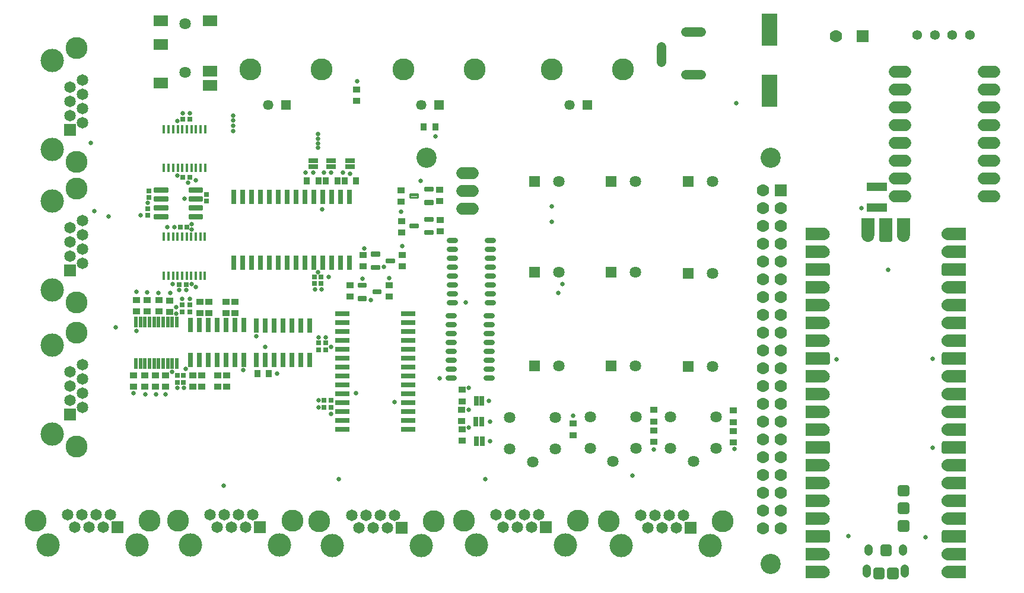
<source format=gbr>
G04 EAGLE Gerber RS-274X export*
G75*
%MOMM*%
%FSLAX34Y34*%
%LPD*%
%INSoldermask Top*%
%IPPOS*%
%AMOC8*
5,1,8,0,0,1.08239X$1,22.5*%
G01*
G04 Define Apertures*
%ADD10C,2.877000*%
%ADD11R,2.127000X1.627000*%
%ADD12C,1.627000*%
%ADD13R,2.842300X1.291600*%
%ADD14R,0.687000X0.756100*%
%ADD15R,0.756100X0.687000*%
%ADD16R,2.242300X4.542700*%
%ADD17R,1.627000X1.627000*%
%ADD18R,2.127000X0.727000*%
%ADD19R,0.727000X2.127000*%
%ADD20C,1.651000*%
%ADD21R,0.762000X1.397000*%
%ADD22R,1.397000X0.762000*%
%ADD23R,1.462000X1.462000*%
%ADD24C,1.462000*%
%ADD25C,3.127000*%
%ADD26C,1.651000*%
%ADD27R,1.651000X1.651000*%
%ADD28C,3.327000*%
%ADD29C,1.327000*%
%ADD30C,1.387000*%
%ADD31R,1.100900X0.925700*%
%ADD32R,0.925700X1.100900*%
%ADD33R,0.482600X1.536700*%
%ADD34C,0.732150*%
%ADD35C,1.227000*%
%ADD36C,1.177000*%
%ADD37R,0.685800X2.108200*%
%ADD38C,0.727000*%
%ADD39R,1.777000X1.777000*%
%ADD40C,1.777000*%
%ADD41C,0.276259*%
%ADD42R,0.431800X1.295400*%
%ADD43C,0.272459*%
%ADD44C,0.652000*%
G36*
X1135808Y75100D02*
X1135808Y93200D01*
X1166861Y93200D01*
X1167537Y93124D01*
X1168182Y92898D01*
X1168760Y92535D01*
X1169243Y92052D01*
X1169607Y91474D01*
X1169832Y90829D01*
X1169908Y90153D01*
X1169908Y78147D01*
X1169832Y77471D01*
X1169607Y76827D01*
X1169243Y76248D01*
X1168760Y75765D01*
X1168182Y75402D01*
X1167537Y75176D01*
X1166861Y75100D01*
X1135808Y75100D01*
G37*
G36*
X1135808Y202100D02*
X1135808Y220200D01*
X1166861Y220200D01*
X1167537Y220124D01*
X1168182Y219898D01*
X1168760Y219535D01*
X1169243Y219052D01*
X1169607Y218474D01*
X1169832Y217829D01*
X1169908Y217153D01*
X1169908Y205147D01*
X1169832Y204471D01*
X1169607Y203827D01*
X1169243Y203248D01*
X1168760Y202765D01*
X1168182Y202402D01*
X1167537Y202176D01*
X1166861Y202100D01*
X1135808Y202100D01*
G37*
G36*
X1135808Y329100D02*
X1135808Y347200D01*
X1166861Y347200D01*
X1167537Y347124D01*
X1168182Y346898D01*
X1168760Y346535D01*
X1169243Y346052D01*
X1169607Y345474D01*
X1169832Y344829D01*
X1169908Y344153D01*
X1169908Y332147D01*
X1169832Y331471D01*
X1169607Y330827D01*
X1169243Y330248D01*
X1168760Y329765D01*
X1168182Y329402D01*
X1167537Y329176D01*
X1166861Y329100D01*
X1135808Y329100D01*
G37*
G36*
X1135808Y456100D02*
X1135808Y474200D01*
X1166861Y474200D01*
X1167537Y474124D01*
X1168182Y473898D01*
X1168760Y473535D01*
X1169243Y473052D01*
X1169607Y472474D01*
X1169832Y471829D01*
X1169908Y471153D01*
X1169908Y459147D01*
X1169832Y458471D01*
X1169607Y457827D01*
X1169243Y457248D01*
X1168760Y456765D01*
X1168182Y456402D01*
X1167537Y456176D01*
X1166861Y456100D01*
X1135808Y456100D01*
G37*
G36*
X1240708Y507647D02*
X1240708Y538700D01*
X1258808Y538700D01*
X1258808Y507647D01*
X1258732Y506971D01*
X1258507Y506327D01*
X1258143Y505748D01*
X1257660Y505265D01*
X1257082Y504902D01*
X1256437Y504676D01*
X1255761Y504600D01*
X1243756Y504600D01*
X1243080Y504676D01*
X1242435Y504902D01*
X1241857Y505265D01*
X1241374Y505748D01*
X1241010Y506327D01*
X1240785Y506971D01*
X1240708Y507647D01*
G37*
G36*
X1331980Y93124D02*
X1332656Y93200D01*
X1363708Y93200D01*
X1363708Y75100D01*
X1332656Y75100D01*
X1331980Y75176D01*
X1331335Y75402D01*
X1330757Y75765D01*
X1330274Y76248D01*
X1329910Y76827D01*
X1329685Y77471D01*
X1329608Y78147D01*
X1329608Y90153D01*
X1329685Y90829D01*
X1329910Y91474D01*
X1330274Y92052D01*
X1330757Y92535D01*
X1331335Y92898D01*
X1331980Y93124D01*
G37*
G36*
X1331980Y220124D02*
X1332656Y220200D01*
X1363708Y220200D01*
X1363708Y202100D01*
X1332656Y202100D01*
X1331980Y202176D01*
X1331335Y202402D01*
X1330757Y202765D01*
X1330274Y203248D01*
X1329910Y203827D01*
X1329685Y204471D01*
X1329608Y205147D01*
X1329608Y217153D01*
X1329685Y217829D01*
X1329910Y218474D01*
X1330274Y219052D01*
X1330757Y219535D01*
X1331335Y219898D01*
X1331980Y220124D01*
G37*
G36*
X1331980Y347124D02*
X1332656Y347200D01*
X1363708Y347200D01*
X1363708Y329100D01*
X1332656Y329100D01*
X1331980Y329176D01*
X1331335Y329402D01*
X1330757Y329765D01*
X1330274Y330248D01*
X1329910Y330827D01*
X1329685Y331471D01*
X1329608Y332147D01*
X1329608Y344153D01*
X1329685Y344829D01*
X1329910Y345474D01*
X1330274Y346052D01*
X1330757Y346535D01*
X1331335Y346898D01*
X1331980Y347124D01*
G37*
G36*
X1331980Y474124D02*
X1332656Y474200D01*
X1363708Y474200D01*
X1363708Y456100D01*
X1332656Y456100D01*
X1331980Y456176D01*
X1331335Y456402D01*
X1330757Y456765D01*
X1330274Y457248D01*
X1329910Y457827D01*
X1329685Y458471D01*
X1329608Y459147D01*
X1329608Y471153D01*
X1329685Y471829D01*
X1329910Y472474D01*
X1330274Y473052D01*
X1330757Y473535D01*
X1331335Y473898D01*
X1331980Y474124D01*
G37*
G36*
X1135808Y24300D02*
X1135808Y42400D01*
X1160861Y42400D01*
X1162624Y42226D01*
X1164322Y41711D01*
X1165886Y40875D01*
X1167258Y39750D01*
X1168383Y38378D01*
X1169220Y36813D01*
X1169735Y35116D01*
X1169909Y33350D01*
X1169735Y31584D01*
X1169220Y29887D01*
X1168383Y28322D01*
X1167258Y26951D01*
X1165886Y25825D01*
X1164322Y24989D01*
X1162624Y24474D01*
X1160861Y24300D01*
X1135808Y24300D01*
G37*
G36*
X1135808Y49700D02*
X1135808Y67800D01*
X1160861Y67800D01*
X1162624Y67626D01*
X1164322Y67111D01*
X1165886Y66275D01*
X1167258Y65150D01*
X1168383Y63778D01*
X1169220Y62213D01*
X1169735Y60516D01*
X1169909Y58750D01*
X1169735Y56984D01*
X1169220Y55287D01*
X1168383Y53722D01*
X1167258Y52351D01*
X1165886Y51225D01*
X1164322Y50389D01*
X1162624Y49874D01*
X1160861Y49700D01*
X1135808Y49700D01*
G37*
G36*
X1135808Y100500D02*
X1135808Y118600D01*
X1160861Y118600D01*
X1162624Y118426D01*
X1164322Y117911D01*
X1165886Y117075D01*
X1167258Y115950D01*
X1168383Y114578D01*
X1169220Y113013D01*
X1169735Y111316D01*
X1169909Y109550D01*
X1169735Y107784D01*
X1169220Y106087D01*
X1168383Y104522D01*
X1167258Y103151D01*
X1165886Y102025D01*
X1164322Y101189D01*
X1162624Y100674D01*
X1160861Y100500D01*
X1135808Y100500D01*
G37*
G36*
X1135808Y125900D02*
X1135808Y144000D01*
X1160861Y144000D01*
X1162624Y143826D01*
X1164322Y143311D01*
X1165886Y142475D01*
X1167258Y141350D01*
X1168383Y139978D01*
X1169220Y138413D01*
X1169735Y136716D01*
X1169909Y134950D01*
X1169735Y133184D01*
X1169220Y131487D01*
X1168383Y129922D01*
X1167258Y128551D01*
X1165886Y127425D01*
X1164322Y126589D01*
X1162624Y126074D01*
X1160861Y125900D01*
X1135808Y125900D01*
G37*
G36*
X1135808Y151300D02*
X1135808Y169400D01*
X1160861Y169400D01*
X1162624Y169226D01*
X1164322Y168711D01*
X1165886Y167875D01*
X1167258Y166750D01*
X1168383Y165378D01*
X1169220Y163813D01*
X1169735Y162116D01*
X1169909Y160350D01*
X1169735Y158584D01*
X1169220Y156887D01*
X1168383Y155322D01*
X1167258Y153951D01*
X1165886Y152825D01*
X1164322Y151989D01*
X1162624Y151474D01*
X1160861Y151300D01*
X1135808Y151300D01*
G37*
G36*
X1135808Y176700D02*
X1135808Y194800D01*
X1160861Y194800D01*
X1162624Y194626D01*
X1164322Y194111D01*
X1165886Y193275D01*
X1167258Y192150D01*
X1168383Y190778D01*
X1169220Y189213D01*
X1169735Y187516D01*
X1169909Y185750D01*
X1169735Y183984D01*
X1169220Y182287D01*
X1168383Y180722D01*
X1167258Y179351D01*
X1165886Y178225D01*
X1164322Y177389D01*
X1162624Y176874D01*
X1160861Y176700D01*
X1135808Y176700D01*
G37*
G36*
X1135808Y227500D02*
X1135808Y245600D01*
X1160861Y245600D01*
X1162624Y245426D01*
X1164322Y244911D01*
X1165886Y244075D01*
X1167258Y242950D01*
X1168383Y241578D01*
X1169220Y240013D01*
X1169735Y238316D01*
X1169909Y236550D01*
X1169735Y234784D01*
X1169220Y233087D01*
X1168383Y231522D01*
X1167258Y230151D01*
X1165886Y229025D01*
X1164322Y228189D01*
X1162624Y227674D01*
X1160861Y227500D01*
X1135808Y227500D01*
G37*
G36*
X1135808Y252900D02*
X1135808Y271000D01*
X1160861Y271000D01*
X1162624Y270826D01*
X1164322Y270311D01*
X1165886Y269475D01*
X1167258Y268350D01*
X1168383Y266978D01*
X1169220Y265413D01*
X1169735Y263716D01*
X1169909Y261950D01*
X1169735Y260184D01*
X1169220Y258487D01*
X1168383Y256922D01*
X1167258Y255551D01*
X1165886Y254425D01*
X1164322Y253589D01*
X1162624Y253074D01*
X1160861Y252900D01*
X1135808Y252900D01*
G37*
G36*
X1135808Y278300D02*
X1135808Y296400D01*
X1160861Y296400D01*
X1162624Y296226D01*
X1164322Y295711D01*
X1165886Y294875D01*
X1167258Y293750D01*
X1168383Y292378D01*
X1169220Y290813D01*
X1169735Y289116D01*
X1169909Y287350D01*
X1169735Y285584D01*
X1169220Y283887D01*
X1168383Y282322D01*
X1167258Y280951D01*
X1165886Y279825D01*
X1164322Y278989D01*
X1162624Y278474D01*
X1160861Y278300D01*
X1135808Y278300D01*
G37*
G36*
X1135808Y303700D02*
X1135808Y321800D01*
X1160861Y321800D01*
X1162624Y321626D01*
X1164322Y321111D01*
X1165886Y320275D01*
X1167258Y319150D01*
X1168383Y317778D01*
X1169220Y316213D01*
X1169735Y314516D01*
X1169909Y312750D01*
X1169735Y310984D01*
X1169220Y309287D01*
X1168383Y307722D01*
X1167258Y306351D01*
X1165886Y305225D01*
X1164322Y304389D01*
X1162624Y303874D01*
X1160861Y303700D01*
X1135808Y303700D01*
G37*
G36*
X1135808Y354500D02*
X1135808Y372600D01*
X1160861Y372600D01*
X1162624Y372426D01*
X1164322Y371911D01*
X1165886Y371075D01*
X1167258Y369950D01*
X1168383Y368578D01*
X1169220Y367013D01*
X1169735Y365316D01*
X1169909Y363550D01*
X1169735Y361784D01*
X1169220Y360087D01*
X1168383Y358522D01*
X1167258Y357151D01*
X1165886Y356025D01*
X1164322Y355189D01*
X1162624Y354674D01*
X1160861Y354500D01*
X1135808Y354500D01*
G37*
G36*
X1135808Y379900D02*
X1135808Y398000D01*
X1160861Y398000D01*
X1162624Y397826D01*
X1164322Y397311D01*
X1165886Y396475D01*
X1167258Y395350D01*
X1168383Y393978D01*
X1169220Y392413D01*
X1169735Y390716D01*
X1169909Y388950D01*
X1169735Y387184D01*
X1169220Y385487D01*
X1168383Y383922D01*
X1167258Y382551D01*
X1165886Y381425D01*
X1164322Y380589D01*
X1162624Y380074D01*
X1160861Y379900D01*
X1135808Y379900D01*
G37*
G36*
X1135808Y405300D02*
X1135808Y423400D01*
X1160861Y423400D01*
X1162624Y423226D01*
X1164322Y422711D01*
X1165886Y421875D01*
X1167258Y420750D01*
X1168383Y419378D01*
X1169220Y417813D01*
X1169735Y416116D01*
X1169909Y414350D01*
X1169735Y412584D01*
X1169220Y410887D01*
X1168383Y409322D01*
X1167258Y407951D01*
X1165886Y406825D01*
X1164322Y405989D01*
X1162624Y405474D01*
X1160861Y405300D01*
X1135808Y405300D01*
G37*
G36*
X1135808Y430700D02*
X1135808Y448800D01*
X1160861Y448800D01*
X1162624Y448626D01*
X1164322Y448111D01*
X1165886Y447275D01*
X1167258Y446150D01*
X1168383Y444778D01*
X1169220Y443213D01*
X1169735Y441516D01*
X1169909Y439750D01*
X1169735Y437984D01*
X1169220Y436287D01*
X1168383Y434722D01*
X1167258Y433351D01*
X1165886Y432225D01*
X1164322Y431389D01*
X1162624Y430874D01*
X1160861Y430700D01*
X1135808Y430700D01*
G37*
G36*
X1135808Y481500D02*
X1135808Y499600D01*
X1160861Y499600D01*
X1162624Y499426D01*
X1164322Y498911D01*
X1165886Y498075D01*
X1167258Y496950D01*
X1168383Y495578D01*
X1169220Y494013D01*
X1169735Y492316D01*
X1169909Y490550D01*
X1169735Y488784D01*
X1169220Y487087D01*
X1168383Y485522D01*
X1167258Y484151D01*
X1165886Y483025D01*
X1164322Y482189D01*
X1162624Y481674D01*
X1160861Y481500D01*
X1135808Y481500D01*
G37*
G36*
X1135808Y506900D02*
X1135808Y525000D01*
X1160861Y525000D01*
X1162624Y524826D01*
X1164322Y524311D01*
X1165886Y523475D01*
X1167258Y522350D01*
X1168383Y520978D01*
X1169220Y519413D01*
X1169735Y517716D01*
X1169909Y515950D01*
X1169735Y514184D01*
X1169220Y512487D01*
X1168383Y510922D01*
X1167258Y509551D01*
X1165886Y508425D01*
X1164322Y507589D01*
X1162624Y507074D01*
X1160861Y506900D01*
X1135808Y506900D01*
G37*
G36*
X1215308Y513648D02*
X1215308Y538700D01*
X1233408Y538700D01*
X1233408Y513648D01*
X1233235Y511884D01*
X1232720Y510187D01*
X1231883Y508622D01*
X1230758Y507251D01*
X1229386Y506125D01*
X1227822Y505289D01*
X1226124Y504774D01*
X1224358Y504600D01*
X1222593Y504774D01*
X1220895Y505289D01*
X1219330Y506125D01*
X1217959Y507251D01*
X1216833Y508622D01*
X1215997Y510187D01*
X1215482Y511884D01*
X1215308Y513648D01*
G37*
G36*
X1266108Y513648D02*
X1266108Y538700D01*
X1284208Y538700D01*
X1284208Y513648D01*
X1284035Y511884D01*
X1283520Y510187D01*
X1282683Y508622D01*
X1281558Y507251D01*
X1280186Y506125D01*
X1278622Y505289D01*
X1276924Y504774D01*
X1275158Y504600D01*
X1273393Y504774D01*
X1271695Y505289D01*
X1270130Y506125D01*
X1268759Y507251D01*
X1267633Y508622D01*
X1266797Y510187D01*
X1266282Y511884D01*
X1266108Y513648D01*
G37*
G36*
X1336893Y42226D02*
X1338656Y42400D01*
X1363708Y42400D01*
X1363708Y24300D01*
X1338656Y24300D01*
X1336893Y24474D01*
X1335195Y24989D01*
X1333630Y25825D01*
X1332259Y26951D01*
X1331133Y28322D01*
X1330297Y29887D01*
X1329782Y31584D01*
X1329608Y33350D01*
X1329782Y35116D01*
X1330297Y36813D01*
X1331133Y38378D01*
X1332259Y39750D01*
X1333630Y40875D01*
X1335195Y41711D01*
X1336893Y42226D01*
G37*
G36*
X1336893Y67626D02*
X1338656Y67800D01*
X1363708Y67800D01*
X1363708Y49700D01*
X1338656Y49700D01*
X1336893Y49874D01*
X1335195Y50389D01*
X1333630Y51225D01*
X1332259Y52351D01*
X1331133Y53722D01*
X1330297Y55287D01*
X1329782Y56984D01*
X1329608Y58750D01*
X1329782Y60516D01*
X1330297Y62213D01*
X1331133Y63778D01*
X1332259Y65150D01*
X1333630Y66275D01*
X1335195Y67111D01*
X1336893Y67626D01*
G37*
G36*
X1336893Y118426D02*
X1338656Y118600D01*
X1363708Y118600D01*
X1363708Y100500D01*
X1338656Y100500D01*
X1336893Y100674D01*
X1335195Y101189D01*
X1333630Y102025D01*
X1332259Y103151D01*
X1331133Y104522D01*
X1330297Y106087D01*
X1329782Y107784D01*
X1329608Y109550D01*
X1329782Y111316D01*
X1330297Y113013D01*
X1331133Y114578D01*
X1332259Y115950D01*
X1333630Y117075D01*
X1335195Y117911D01*
X1336893Y118426D01*
G37*
G36*
X1336893Y143826D02*
X1338656Y144000D01*
X1363708Y144000D01*
X1363708Y125900D01*
X1338656Y125900D01*
X1336893Y126074D01*
X1335195Y126589D01*
X1333630Y127425D01*
X1332259Y128551D01*
X1331133Y129922D01*
X1330297Y131487D01*
X1329782Y133184D01*
X1329608Y134950D01*
X1329782Y136716D01*
X1330297Y138413D01*
X1331133Y139978D01*
X1332259Y141350D01*
X1333630Y142475D01*
X1335195Y143311D01*
X1336893Y143826D01*
G37*
G36*
X1336893Y169226D02*
X1338656Y169400D01*
X1363708Y169400D01*
X1363708Y151300D01*
X1338656Y151300D01*
X1336893Y151474D01*
X1335195Y151989D01*
X1333630Y152825D01*
X1332259Y153951D01*
X1331133Y155322D01*
X1330297Y156887D01*
X1329782Y158584D01*
X1329608Y160350D01*
X1329782Y162116D01*
X1330297Y163813D01*
X1331133Y165378D01*
X1332259Y166750D01*
X1333630Y167875D01*
X1335195Y168711D01*
X1336893Y169226D01*
G37*
G36*
X1336893Y194626D02*
X1338656Y194800D01*
X1363708Y194800D01*
X1363708Y176700D01*
X1338656Y176700D01*
X1336893Y176874D01*
X1335195Y177389D01*
X1333630Y178225D01*
X1332259Y179351D01*
X1331133Y180722D01*
X1330297Y182287D01*
X1329782Y183984D01*
X1329608Y185750D01*
X1329782Y187516D01*
X1330297Y189213D01*
X1331133Y190778D01*
X1332259Y192150D01*
X1333630Y193275D01*
X1335195Y194111D01*
X1336893Y194626D01*
G37*
G36*
X1336893Y245426D02*
X1338656Y245600D01*
X1363708Y245600D01*
X1363708Y227500D01*
X1338656Y227500D01*
X1336893Y227674D01*
X1335195Y228189D01*
X1333630Y229025D01*
X1332259Y230151D01*
X1331133Y231522D01*
X1330297Y233087D01*
X1329782Y234784D01*
X1329608Y236550D01*
X1329782Y238316D01*
X1330297Y240013D01*
X1331133Y241578D01*
X1332259Y242950D01*
X1333630Y244075D01*
X1335195Y244911D01*
X1336893Y245426D01*
G37*
G36*
X1336893Y270826D02*
X1338656Y271000D01*
X1363708Y271000D01*
X1363708Y252900D01*
X1338656Y252900D01*
X1336893Y253074D01*
X1335195Y253589D01*
X1333630Y254425D01*
X1332259Y255551D01*
X1331133Y256922D01*
X1330297Y258487D01*
X1329782Y260184D01*
X1329608Y261950D01*
X1329782Y263716D01*
X1330297Y265413D01*
X1331133Y266978D01*
X1332259Y268350D01*
X1333630Y269475D01*
X1335195Y270311D01*
X1336893Y270826D01*
G37*
G36*
X1336893Y296226D02*
X1338656Y296400D01*
X1363708Y296400D01*
X1363708Y278300D01*
X1338656Y278300D01*
X1336893Y278474D01*
X1335195Y278989D01*
X1333630Y279825D01*
X1332259Y280951D01*
X1331133Y282322D01*
X1330297Y283887D01*
X1329782Y285584D01*
X1329608Y287350D01*
X1329782Y289116D01*
X1330297Y290813D01*
X1331133Y292378D01*
X1332259Y293750D01*
X1333630Y294875D01*
X1335195Y295711D01*
X1336893Y296226D01*
G37*
G36*
X1336893Y321626D02*
X1338656Y321800D01*
X1363708Y321800D01*
X1363708Y303700D01*
X1338656Y303700D01*
X1336893Y303874D01*
X1335195Y304389D01*
X1333630Y305225D01*
X1332259Y306351D01*
X1331133Y307722D01*
X1330297Y309287D01*
X1329782Y310984D01*
X1329608Y312750D01*
X1329782Y314516D01*
X1330297Y316213D01*
X1331133Y317778D01*
X1332259Y319150D01*
X1333630Y320275D01*
X1335195Y321111D01*
X1336893Y321626D01*
G37*
G36*
X1336893Y372426D02*
X1338656Y372600D01*
X1363708Y372600D01*
X1363708Y354500D01*
X1338656Y354500D01*
X1336893Y354674D01*
X1335195Y355189D01*
X1333630Y356025D01*
X1332259Y357151D01*
X1331133Y358522D01*
X1330297Y360087D01*
X1329782Y361784D01*
X1329608Y363550D01*
X1329782Y365316D01*
X1330297Y367013D01*
X1331133Y368578D01*
X1332259Y369950D01*
X1333630Y371075D01*
X1335195Y371911D01*
X1336893Y372426D01*
G37*
G36*
X1336893Y397826D02*
X1338656Y398000D01*
X1363708Y398000D01*
X1363708Y379900D01*
X1338656Y379900D01*
X1336893Y380074D01*
X1335195Y380589D01*
X1333630Y381425D01*
X1332259Y382551D01*
X1331133Y383922D01*
X1330297Y385487D01*
X1329782Y387184D01*
X1329608Y388950D01*
X1329782Y390716D01*
X1330297Y392413D01*
X1331133Y393978D01*
X1332259Y395350D01*
X1333630Y396475D01*
X1335195Y397311D01*
X1336893Y397826D01*
G37*
G36*
X1336893Y423226D02*
X1338656Y423400D01*
X1363708Y423400D01*
X1363708Y405300D01*
X1338656Y405300D01*
X1336893Y405474D01*
X1335195Y405989D01*
X1333630Y406825D01*
X1332259Y407951D01*
X1331133Y409322D01*
X1330297Y410887D01*
X1329782Y412584D01*
X1329608Y414350D01*
X1329782Y416116D01*
X1330297Y417813D01*
X1331133Y419378D01*
X1332259Y420750D01*
X1333630Y421875D01*
X1335195Y422711D01*
X1336893Y423226D01*
G37*
G36*
X1336893Y448626D02*
X1338656Y448800D01*
X1363708Y448800D01*
X1363708Y430700D01*
X1338656Y430700D01*
X1336893Y430874D01*
X1335195Y431389D01*
X1333630Y432225D01*
X1332259Y433351D01*
X1331133Y434722D01*
X1330297Y436287D01*
X1329782Y437984D01*
X1329608Y439750D01*
X1329782Y441516D01*
X1330297Y443213D01*
X1331133Y444778D01*
X1332259Y446150D01*
X1333630Y447275D01*
X1335195Y448111D01*
X1336893Y448626D01*
G37*
G36*
X1336893Y499426D02*
X1338656Y499600D01*
X1363708Y499600D01*
X1363708Y481500D01*
X1338656Y481500D01*
X1336893Y481674D01*
X1335195Y482189D01*
X1333630Y483025D01*
X1332259Y484151D01*
X1331133Y485522D01*
X1330297Y487087D01*
X1329782Y488784D01*
X1329608Y490550D01*
X1329782Y492316D01*
X1330297Y494013D01*
X1331133Y495578D01*
X1332259Y496950D01*
X1333630Y498075D01*
X1335195Y498911D01*
X1336893Y499426D01*
G37*
G36*
X1336893Y524826D02*
X1338656Y525000D01*
X1363708Y525000D01*
X1363708Y506900D01*
X1338656Y506900D01*
X1336893Y507074D01*
X1335195Y507589D01*
X1333630Y508425D01*
X1332259Y509551D01*
X1331133Y510922D01*
X1330297Y512487D01*
X1329782Y514184D01*
X1329608Y515950D01*
X1329782Y517716D01*
X1330297Y519413D01*
X1331133Y520978D01*
X1332259Y522350D01*
X1333630Y523475D01*
X1335195Y524311D01*
X1336893Y524826D01*
G37*
D10*
X1085850Y44450D03*
X594850Y624770D03*
X1085850Y624450D03*
D11*
X285060Y820310D03*
X215060Y820310D03*
X215060Y786310D03*
X215060Y731310D03*
X285060Y748310D03*
X285060Y728310D03*
D12*
X249960Y816410D03*
X249960Y746410D03*
D13*
X1236750Y582974D03*
X1236750Y553466D03*
D14*
X458006Y268500D03*
X448314Y268500D03*
D15*
X443760Y454656D03*
X443760Y444964D03*
X434870Y454656D03*
X434870Y444964D03*
D16*
X1084050Y807510D03*
X1084050Y720456D03*
D15*
X256770Y404834D03*
X256770Y414526D03*
X450810Y350714D03*
X450810Y360406D03*
X238530Y313986D03*
X238530Y304294D03*
X245340Y404834D03*
X245340Y414526D03*
X440650Y350714D03*
X440650Y360406D03*
X247420Y313986D03*
X247420Y304294D03*
D14*
X458006Y278660D03*
X448314Y278660D03*
D17*
X967990Y326740D03*
D12*
X1002990Y326740D03*
D18*
X473884Y402060D03*
X473884Y389360D03*
X473884Y376660D03*
X473884Y363960D03*
X473884Y351260D03*
X473884Y338560D03*
X473884Y325860D03*
X473884Y313160D03*
X473884Y300460D03*
X473884Y287760D03*
X473884Y275060D03*
X473884Y262360D03*
X473884Y249660D03*
X473884Y236960D03*
X567884Y236960D03*
X567884Y249660D03*
X567884Y262360D03*
X567884Y275060D03*
X567884Y287760D03*
X567884Y300460D03*
X567884Y313160D03*
X567884Y325860D03*
X567884Y338560D03*
X567884Y351260D03*
X567884Y363960D03*
X567884Y376660D03*
X567884Y389360D03*
X567884Y402060D03*
D19*
X319510Y474740D03*
X332210Y474740D03*
X344910Y474740D03*
X357610Y474740D03*
X370310Y474740D03*
X383010Y474740D03*
X395710Y474740D03*
X408410Y474740D03*
X421110Y474740D03*
X433810Y474740D03*
X446510Y474740D03*
X459210Y474740D03*
X471910Y474740D03*
X484610Y474740D03*
X484610Y568740D03*
X471910Y568740D03*
X459210Y568740D03*
X446510Y568740D03*
X433810Y568740D03*
X421110Y568740D03*
X408410Y568740D03*
X395710Y568740D03*
X383010Y568740D03*
X370310Y568740D03*
X357610Y568740D03*
X344910Y568740D03*
X332210Y568740D03*
X319510Y568740D03*
D20*
X1389150Y569490D02*
X1404390Y569490D01*
X1404390Y594890D02*
X1389150Y594890D01*
X1389150Y620290D02*
X1404390Y620290D01*
X1404390Y645690D02*
X1389150Y645690D01*
X1389150Y671090D02*
X1404390Y671090D01*
X1404390Y696490D02*
X1389150Y696490D01*
X1389150Y721890D02*
X1404390Y721890D01*
X1404390Y747290D02*
X1389150Y747290D01*
X1277390Y569490D02*
X1262150Y569490D01*
X1262150Y594890D02*
X1277390Y594890D01*
X1277390Y620290D02*
X1262150Y620290D01*
X1262150Y645690D02*
X1277390Y645690D01*
X1277390Y671090D02*
X1262150Y671090D01*
X1262150Y696490D02*
X1277390Y696490D01*
X1277390Y721890D02*
X1262150Y721890D01*
X1262150Y747290D02*
X1277390Y747290D01*
D21*
X673838Y220138D03*
X665710Y220138D03*
X673121Y248136D03*
X664993Y248136D03*
X673629Y277854D03*
X665501Y277854D03*
D22*
X484910Y612162D03*
X484910Y620290D03*
X458240Y612416D03*
X458240Y620544D03*
X432840Y612416D03*
X432840Y620544D03*
D23*
X393470Y700300D03*
D24*
X368070Y700300D03*
D25*
X444270Y751100D03*
X342670Y751100D03*
D23*
X824000Y700300D03*
D24*
X798600Y700300D03*
D25*
X874800Y751100D03*
X773200Y751100D03*
D26*
X900154Y114578D03*
X920474Y114578D03*
X940794Y114578D03*
X961114Y114578D03*
X910314Y96798D03*
X930634Y96798D03*
X950954Y96798D03*
D27*
X971274Y96798D03*
D28*
X872214Y71398D03*
X999214Y71398D03*
D25*
X1017214Y105988D03*
X854214Y105988D03*
D26*
X693645Y115079D03*
X713965Y115079D03*
X734285Y115079D03*
X754605Y115079D03*
X703805Y97299D03*
X724125Y97299D03*
X744445Y97299D03*
D27*
X764765Y97299D03*
D28*
X665705Y71899D03*
X792705Y71899D03*
D25*
X810705Y106489D03*
X647705Y106489D03*
D26*
X487404Y114578D03*
X507724Y114578D03*
X528044Y114578D03*
X548364Y114578D03*
X497564Y96798D03*
X517884Y96798D03*
X538204Y96798D03*
D27*
X558524Y96798D03*
D28*
X459464Y71398D03*
X586464Y71398D03*
D25*
X604464Y105988D03*
X441464Y105988D03*
D26*
X285745Y115309D03*
X306065Y115309D03*
X326385Y115309D03*
X346705Y115309D03*
X295905Y97529D03*
X316225Y97529D03*
X336545Y97529D03*
D27*
X356865Y97529D03*
D28*
X257805Y72129D03*
X384805Y72129D03*
D25*
X402805Y106719D03*
X239805Y106719D03*
D26*
X82119Y114883D03*
X102439Y114883D03*
X122759Y114883D03*
X143079Y114883D03*
X92279Y97103D03*
X112599Y97103D03*
X132919Y97103D03*
D27*
X153239Y97103D03*
D28*
X54179Y71703D03*
X181179Y71703D03*
D25*
X199179Y106293D03*
X36179Y106293D03*
D26*
X103400Y329160D03*
X103400Y308840D03*
X103400Y288520D03*
X103400Y268200D03*
X85620Y319000D03*
X85620Y298680D03*
X85620Y278360D03*
D27*
X85620Y258040D03*
D28*
X60220Y357100D03*
X60220Y230100D03*
D25*
X94810Y212100D03*
X94810Y375100D03*
D26*
X103400Y534900D03*
X103400Y514580D03*
X103400Y494260D03*
X103400Y473940D03*
X85620Y524740D03*
X85620Y504420D03*
X85620Y484100D03*
D27*
X85620Y463780D03*
D28*
X60220Y562840D03*
X60220Y435840D03*
D25*
X94810Y417840D03*
X94810Y580840D03*
D26*
X103400Y735560D03*
X103400Y715240D03*
X103400Y694920D03*
X103400Y674600D03*
X85620Y725400D03*
X85620Y705080D03*
X85620Y684760D03*
D27*
X85620Y664440D03*
D28*
X60220Y763500D03*
X60220Y636500D03*
D25*
X94810Y618500D03*
X94810Y781500D03*
D29*
X964410Y804370D02*
X986410Y804370D01*
X929410Y782870D02*
X929410Y760870D01*
X964410Y743370D02*
X986410Y743370D01*
D30*
X1294870Y799870D03*
X1319870Y799870D03*
X1344870Y799870D03*
X1369870Y799870D03*
D31*
X1032566Y263780D03*
X1032566Y247476D03*
X176300Y297768D03*
X176300Y314072D03*
X180361Y421433D03*
X180361Y405129D03*
X195664Y421642D03*
X195664Y405338D03*
X212320Y421642D03*
X212320Y405338D03*
X227560Y421114D03*
X227560Y404810D03*
X644756Y264924D03*
X644756Y248620D03*
X918520Y264542D03*
X918520Y248238D03*
X644882Y236823D03*
X644882Y220519D03*
X644882Y293372D03*
X644882Y277068D03*
D32*
X450848Y592050D03*
X467152Y592050D03*
X477357Y592007D03*
X493661Y592007D03*
X423763Y592007D03*
X440067Y592007D03*
D31*
X494560Y722122D03*
X494560Y705818D03*
X1032566Y218266D03*
X1032566Y234570D03*
X918520Y219028D03*
X918520Y235332D03*
X803886Y245112D03*
X803886Y228808D03*
X221720Y297688D03*
X221720Y313992D03*
X207750Y297688D03*
X207750Y313992D03*
X192510Y297688D03*
X192510Y313992D03*
D33*
X238059Y390437D03*
X231560Y390437D03*
X225060Y390437D03*
X218560Y390437D03*
X212060Y390437D03*
X205560Y390437D03*
X199060Y390437D03*
X192560Y390437D03*
X186060Y390437D03*
X179561Y390437D03*
X179561Y331383D03*
X186060Y331383D03*
X192560Y331383D03*
X199060Y331383D03*
X205560Y331383D03*
X212060Y331383D03*
X218560Y331383D03*
X225060Y331383D03*
X231560Y331383D03*
X238059Y331383D03*
D34*
X1255284Y36124D02*
X1264232Y36124D01*
X1264232Y27176D01*
X1255284Y27176D01*
X1255284Y36124D01*
X1255284Y34132D02*
X1264232Y34132D01*
X1244232Y36124D02*
X1235284Y36124D01*
X1244232Y36124D02*
X1244232Y27176D01*
X1235284Y27176D01*
X1235284Y36124D01*
X1235284Y34132D02*
X1244232Y34132D01*
X1245284Y69124D02*
X1254232Y69124D01*
X1254232Y60176D01*
X1245284Y60176D01*
X1245284Y69124D01*
X1245284Y67132D02*
X1254232Y67132D01*
X1270284Y104124D02*
X1279232Y104124D01*
X1279232Y95176D01*
X1270284Y95176D01*
X1270284Y104124D01*
X1270284Y102132D02*
X1279232Y102132D01*
X1279232Y129124D02*
X1270284Y129124D01*
X1279232Y129124D02*
X1279232Y120176D01*
X1270284Y120176D01*
X1270284Y129124D01*
X1270284Y127132D02*
X1279232Y127132D01*
X1279232Y154124D02*
X1270284Y154124D01*
X1279232Y154124D02*
X1279232Y145176D01*
X1270284Y145176D01*
X1270284Y154124D01*
X1270284Y152132D02*
X1279232Y152132D01*
D35*
X1277008Y38150D02*
X1277008Y31150D01*
X1222508Y31150D02*
X1222508Y38150D01*
D36*
X1274008Y62950D02*
X1274008Y66950D01*
X1225508Y66950D02*
X1225508Y62950D01*
D37*
X257898Y336447D03*
X270598Y336447D03*
X283298Y336447D03*
X295998Y336447D03*
X308698Y336447D03*
X321398Y336447D03*
X334098Y336447D03*
X334098Y385723D03*
X321398Y385723D03*
X308698Y385723D03*
X295998Y385723D03*
X283298Y385723D03*
X270598Y385723D03*
X257898Y385723D03*
X428030Y385278D03*
X415330Y385278D03*
X402630Y385278D03*
X389930Y385278D03*
X377230Y385278D03*
X364530Y385278D03*
X351830Y385278D03*
X351830Y336002D03*
X364530Y336002D03*
X377230Y336002D03*
X389930Y336002D03*
X402630Y336002D03*
X415330Y336002D03*
X428030Y336002D03*
D38*
X626400Y507070D02*
X634900Y507070D01*
X634900Y494370D02*
X626400Y494370D01*
X626400Y481670D02*
X634900Y481670D01*
X634900Y468970D02*
X626400Y468970D01*
X626400Y456270D02*
X634900Y456270D01*
X634900Y443570D02*
X626400Y443570D01*
X626400Y430870D02*
X634900Y430870D01*
X634900Y418170D02*
X626400Y418170D01*
X680900Y418170D02*
X689400Y418170D01*
X689400Y430870D02*
X680900Y430870D01*
X680900Y443570D02*
X689400Y443570D01*
X689400Y456270D02*
X680900Y456270D01*
X680900Y468970D02*
X689400Y468970D01*
X689400Y481670D02*
X680900Y481670D01*
X680900Y494370D02*
X689400Y494370D01*
X689400Y507070D02*
X680900Y507070D01*
X633360Y399310D02*
X624860Y399310D01*
X624860Y386610D02*
X633360Y386610D01*
X633360Y373910D02*
X624860Y373910D01*
X624860Y361210D02*
X633360Y361210D01*
X633360Y348510D02*
X624860Y348510D01*
X624860Y335810D02*
X633360Y335810D01*
X633360Y323110D02*
X624860Y323110D01*
X624860Y310410D02*
X633360Y310410D01*
X679360Y310410D02*
X687860Y310410D01*
X687860Y323110D02*
X679360Y323110D01*
X679360Y335810D02*
X687860Y335810D01*
X687860Y348510D02*
X679360Y348510D01*
X679360Y361210D02*
X687860Y361210D01*
X687860Y373910D02*
X679360Y373910D01*
X679360Y386610D02*
X687860Y386610D01*
X687860Y399310D02*
X679360Y399310D01*
D17*
X857500Y328010D03*
D12*
X892500Y328010D03*
D17*
X748280Y328010D03*
D12*
X783280Y328010D03*
D17*
X967990Y460090D03*
D12*
X1002990Y460090D03*
D17*
X857500Y461360D03*
D12*
X892500Y461360D03*
D17*
X748280Y461360D03*
D12*
X783280Y461360D03*
D17*
X967990Y590900D03*
D12*
X1002990Y590900D03*
D17*
X857500Y590900D03*
D12*
X892500Y590900D03*
D17*
X748280Y590900D03*
D12*
X783280Y590900D03*
D23*
X611910Y700300D03*
D24*
X586510Y700300D03*
D25*
X662710Y751100D03*
X561110Y751100D03*
D32*
X369362Y316460D03*
X353058Y316460D03*
X590548Y669132D03*
X606852Y669132D03*
D39*
X1216430Y798090D03*
D40*
X1178330Y798090D03*
D41*
X507654Y440846D02*
X496846Y440846D01*
X496846Y445354D01*
X507654Y445354D01*
X507654Y440846D01*
X507654Y443471D02*
X496846Y443471D01*
X518046Y431346D02*
X528854Y431346D01*
X518046Y431346D02*
X518046Y435854D01*
X528854Y435854D01*
X528854Y431346D01*
X528854Y433971D02*
X518046Y433971D01*
X507654Y421846D02*
X496846Y421846D01*
X496846Y426354D01*
X507654Y426354D01*
X507654Y421846D01*
X507654Y424471D02*
X496846Y424471D01*
D31*
X485670Y426418D03*
X485670Y442722D03*
X560048Y486204D03*
X560048Y469900D03*
X541223Y426466D03*
X541223Y442770D03*
X503960Y486202D03*
X503960Y469898D03*
D41*
X515896Y485296D02*
X526704Y485296D01*
X515896Y485296D02*
X515896Y489804D01*
X526704Y489804D01*
X526704Y485296D01*
X526704Y487921D02*
X515896Y487921D01*
X537096Y475796D02*
X547904Y475796D01*
X537096Y475796D02*
X537096Y480304D01*
X547904Y480304D01*
X547904Y475796D01*
X547904Y478421D02*
X537096Y478421D01*
X526704Y466296D02*
X515896Y466296D01*
X515896Y470804D01*
X526704Y470804D01*
X526704Y466296D01*
X526704Y468921D02*
X515896Y468921D01*
D39*
X1099550Y578230D03*
D40*
X1074150Y578230D03*
X1099550Y552830D03*
X1074150Y552830D03*
X1099550Y527430D03*
X1074150Y527430D03*
X1099550Y502030D03*
X1074150Y502030D03*
X1099550Y476630D03*
X1074150Y476630D03*
X1099550Y451230D03*
X1074150Y451230D03*
X1099550Y425830D03*
X1074150Y425830D03*
X1099550Y400430D03*
X1074150Y400430D03*
X1099550Y375030D03*
X1074150Y375030D03*
X1099550Y349630D03*
X1074150Y349630D03*
X1099550Y324230D03*
X1074150Y324230D03*
X1099550Y298830D03*
X1074150Y298830D03*
X1099550Y273430D03*
X1074150Y273430D03*
X1099550Y248030D03*
X1074150Y248030D03*
X1099550Y222630D03*
X1074150Y222630D03*
X1099550Y197230D03*
X1074150Y197230D03*
X1099550Y171830D03*
X1074150Y171830D03*
X1099550Y146430D03*
X1074150Y146430D03*
X1099550Y121030D03*
X1074150Y121030D03*
X1099550Y95630D03*
X1074150Y95630D03*
D20*
X660630Y552120D02*
X645390Y552120D01*
X645390Y577520D02*
X660630Y577520D01*
X660630Y602920D02*
X645390Y602920D01*
D12*
X942650Y254700D03*
X1007650Y254700D03*
X1007650Y209700D03*
X942650Y209700D03*
X975150Y191200D03*
X828096Y254580D03*
X893096Y254580D03*
X893096Y209580D03*
X828096Y209580D03*
X860596Y191080D03*
X713256Y254088D03*
X778256Y254088D03*
X778256Y209088D03*
X713256Y209088D03*
X745756Y190588D03*
D31*
X271250Y402937D03*
X271250Y419241D03*
X283950Y403098D03*
X283950Y419402D03*
X308080Y403098D03*
X308080Y419402D03*
X321201Y403098D03*
X321201Y419402D03*
X309140Y314452D03*
X309140Y298148D03*
X296440Y314452D03*
X296440Y298148D03*
X273580Y314452D03*
X273580Y298148D03*
X260880Y314452D03*
X260880Y298148D03*
D42*
X278170Y512064D03*
X271670Y512064D03*
X265170Y512064D03*
X258670Y512064D03*
X252170Y512064D03*
X245670Y512064D03*
X239170Y512064D03*
X232670Y512064D03*
X226170Y512064D03*
X219670Y512064D03*
X219670Y456692D03*
X226170Y456692D03*
X232670Y456692D03*
X239170Y456692D03*
X245670Y456692D03*
X252170Y456692D03*
X258670Y456692D03*
X265170Y456692D03*
X271670Y456692D03*
X278170Y456692D03*
X219820Y610362D03*
X226320Y610362D03*
X232820Y610362D03*
X239320Y610362D03*
X245820Y610362D03*
X252320Y610362D03*
X258820Y610362D03*
X265320Y610362D03*
X271820Y610362D03*
X278320Y610362D03*
X278320Y665734D03*
X271820Y665734D03*
X265320Y665734D03*
X258820Y665734D03*
X252320Y665734D03*
X245820Y665734D03*
X239320Y665734D03*
X232820Y665734D03*
X226320Y665734D03*
X219820Y665734D03*
D43*
X255657Y543243D02*
X273903Y543243D01*
X273903Y538797D01*
X255657Y538797D01*
X255657Y543243D01*
X255657Y541386D02*
X273903Y541386D01*
X273903Y555943D02*
X255657Y555943D01*
X273903Y555943D02*
X273903Y551497D01*
X255657Y551497D01*
X255657Y555943D01*
X255657Y554086D02*
X273903Y554086D01*
X273903Y568643D02*
X255657Y568643D01*
X273903Y568643D02*
X273903Y564197D01*
X255657Y564197D01*
X255657Y568643D01*
X255657Y566786D02*
X273903Y566786D01*
X273903Y581343D02*
X255657Y581343D01*
X273903Y581343D02*
X273903Y576897D01*
X255657Y576897D01*
X255657Y581343D01*
X255657Y579486D02*
X273903Y579486D01*
X224403Y581343D02*
X206157Y581343D01*
X224403Y581343D02*
X224403Y576897D01*
X206157Y576897D01*
X206157Y581343D01*
X206157Y579486D02*
X224403Y579486D01*
X224403Y568643D02*
X206157Y568643D01*
X224403Y568643D02*
X224403Y564197D01*
X206157Y564197D01*
X206157Y568643D01*
X206157Y566786D02*
X224403Y566786D01*
X224403Y555943D02*
X206157Y555943D01*
X224403Y555943D02*
X224403Y551497D01*
X206157Y551497D01*
X206157Y555943D01*
X206157Y554086D02*
X224403Y554086D01*
X224403Y543243D02*
X206157Y543243D01*
X224403Y543243D02*
X224403Y538797D01*
X206157Y538797D01*
X206157Y543243D01*
X206157Y541386D02*
X224403Y541386D01*
D15*
X196850Y542524D03*
X196850Y552216D03*
X280670Y562844D03*
X280670Y572536D03*
X198120Y567924D03*
X198120Y577616D03*
D14*
X246614Y679450D03*
X256306Y679450D03*
X246614Y596900D03*
X256306Y596900D03*
X252496Y525780D03*
X242804Y525780D03*
X251226Y443230D03*
X241534Y443230D03*
D41*
X591936Y563492D02*
X602744Y563492D01*
X602744Y558984D01*
X591936Y558984D01*
X591936Y563492D01*
X591936Y561609D02*
X602744Y561609D01*
X581544Y572992D02*
X570736Y572992D01*
X581544Y572992D02*
X581544Y568484D01*
X570736Y568484D01*
X570736Y572992D01*
X570736Y571109D02*
X581544Y571109D01*
X591936Y582492D02*
X602744Y582492D01*
X602744Y577984D01*
X591936Y577984D01*
X591936Y582492D01*
X591936Y580609D02*
X602744Y580609D01*
D31*
X558038Y578636D03*
X558038Y562332D03*
X612902Y562840D03*
X612902Y579144D03*
D41*
X602998Y520701D02*
X592190Y520701D01*
X602998Y520701D02*
X602998Y516193D01*
X592190Y516193D01*
X592190Y520701D01*
X592190Y518818D02*
X602998Y518818D01*
X581798Y530201D02*
X570990Y530201D01*
X581798Y530201D02*
X581798Y525693D01*
X570990Y525693D01*
X570990Y530201D01*
X570990Y528318D02*
X581798Y528318D01*
X592190Y539701D02*
X602998Y539701D01*
X602998Y535193D01*
X592190Y535193D01*
X592190Y539701D01*
X592190Y537818D02*
X602998Y537818D01*
D31*
X614172Y519914D03*
X614172Y536218D03*
X558546Y517882D03*
X558546Y534186D03*
D44*
X1036090Y702840D03*
X1215160Y552980D03*
X1033582Y209400D03*
X1306600Y83080D03*
X1196110Y84350D03*
X650340Y418280D03*
X918520Y208130D03*
X1179830Y336880D03*
X1253490Y465150D03*
X1316990Y337820D03*
X803656Y256540D03*
X654812Y265176D03*
X654812Y295910D03*
X248920Y566420D03*
X196850Y560070D03*
X440690Y368300D03*
X450850Y368300D03*
X654812Y239353D03*
X421640Y603250D03*
X448310Y603250D03*
X474980Y603250D03*
X176530Y288290D03*
X208280Y287020D03*
X222250Y287020D03*
X351790Y369570D03*
X231140Y318770D03*
X180340Y433070D03*
X212090Y431800D03*
X228600Y431800D03*
X238760Y599440D03*
X259191Y521970D03*
X234950Y525780D03*
X256540Y688340D03*
X238760Y676910D03*
X241300Y435610D03*
X254000Y589280D03*
X259080Y444500D03*
X440690Y278130D03*
X440690Y267970D03*
X494030Y288290D03*
X444500Y436880D03*
X435610Y436880D03*
X439420Y461351D03*
X495300Y734060D03*
X607060Y655320D03*
X332470Y321310D03*
X613410Y309880D03*
X237166Y402266D03*
X180340Y377190D03*
X1316736Y210566D03*
X195665Y432308D03*
X193125Y287020D03*
X247905Y295910D03*
X238591Y295910D03*
X245621Y423161D03*
X256670Y423288D03*
X485140Y601980D03*
X683768Y277622D03*
X684784Y247650D03*
X684784Y219710D03*
X237211Y411201D03*
X458470Y603250D03*
X433070Y603250D03*
X250889Y323405D03*
X246380Y688340D03*
X186690Y542290D03*
X251460Y435610D03*
X458470Y259080D03*
X458470Y354330D03*
X445770Y551180D03*
X548640Y275590D03*
X541274Y452897D03*
X454553Y454660D03*
X558038Y547624D03*
X560070Y498856D03*
X150614Y382270D03*
X120650Y548640D03*
X887984Y170688D03*
X439453Y638777D03*
X439420Y658370D03*
X305054Y156718D03*
X678434Y165608D03*
X439453Y645297D03*
X318770Y662940D03*
X468884Y165608D03*
X439453Y651817D03*
X318770Y670560D03*
X318803Y684733D03*
X318770Y678180D03*
X773430Y533400D03*
X773430Y554990D03*
X505460Y495300D03*
X502920Y452120D03*
X586232Y591631D03*
X364490Y354330D03*
X515112Y421894D03*
X533646Y468876D03*
X381000Y316230D03*
X265346Y440111D03*
X232410Y444500D03*
X259191Y529695D03*
X224790Y525780D03*
X265057Y592315D03*
X140970Y541020D03*
X115570Y646007D03*
X788670Y444500D03*
X782320Y431800D03*
M02*

</source>
